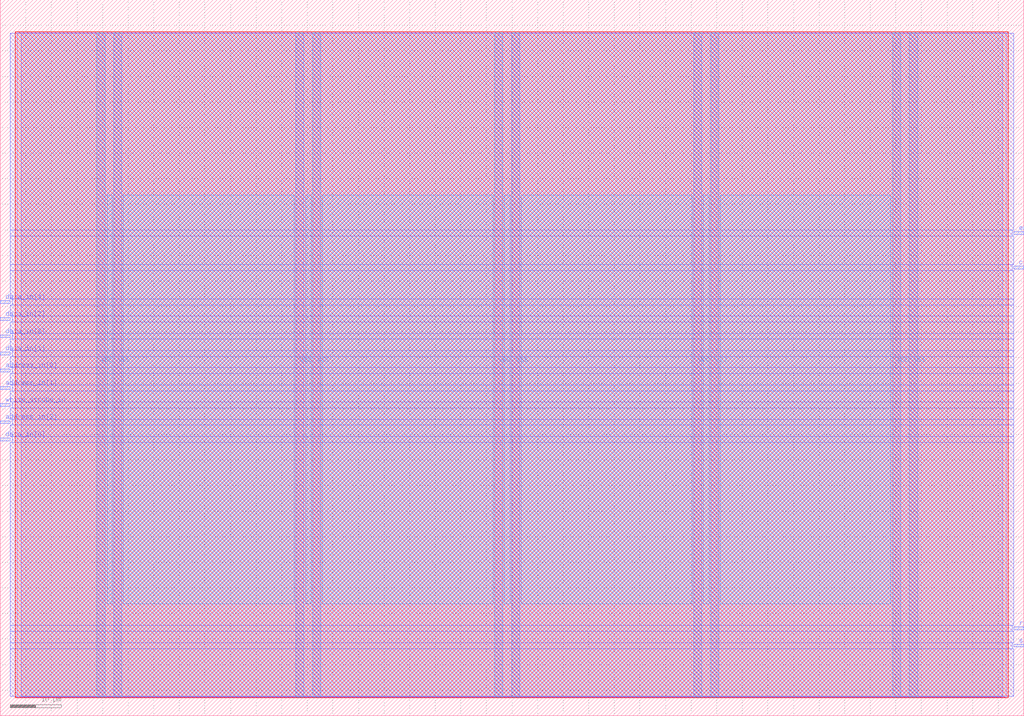
<source format=lef>
VERSION 5.7 ;
  NOWIREEXTENSIONATPIN ON ;
  DIVIDERCHAR "/" ;
  BUSBITCHARS "[]" ;
MACRO tiny_tonegen
  CLASS BLOCK ;
  FOREIGN tiny_tonegen ;
  ORIGIN 0.000 0.000 ;
  SIZE 200.000 BY 140.000 ;
  PIN VDD
    DIRECTION INOUT ;
    USE POWER ;
    PORT
      LAYER Metal4 ;
        RECT 18.880 3.620 20.480 133.580 ;
    END
    PORT
      LAYER Metal4 ;
        RECT 57.750 3.620 59.350 133.580 ;
    END
    PORT
      LAYER Metal4 ;
        RECT 96.620 3.620 98.220 133.580 ;
    END
    PORT
      LAYER Metal4 ;
        RECT 135.490 3.620 137.090 133.580 ;
    END
    PORT
      LAYER Metal4 ;
        RECT 174.360 3.620 175.960 133.580 ;
    END
  END VDD
  PIN VSS
    DIRECTION INOUT ;
    USE GROUND ;
    PORT
      LAYER Metal4 ;
        RECT 22.180 3.620 23.780 133.580 ;
    END
    PORT
      LAYER Metal4 ;
        RECT 61.050 3.620 62.650 133.580 ;
    END
    PORT
      LAYER Metal4 ;
        RECT 99.920 3.620 101.520 133.580 ;
    END
    PORT
      LAYER Metal4 ;
        RECT 138.790 3.620 140.390 133.580 ;
    END
    PORT
      LAYER Metal4 ;
        RECT 177.660 3.620 179.260 133.580 ;
    END
  END VSS
  PIN address_in[0]
    DIRECTION INPUT ;
    USE SIGNAL ;
    ANTENNAGATEAREA 0.498500 ;
    PORT
      LAYER Metal3 ;
        RECT 0.000 67.200 2.000 67.760 ;
    END
  END address_in[0]
  PIN address_in[1]
    DIRECTION INPUT ;
    USE SIGNAL ;
    ANTENNAGATEAREA 1.102000 ;
    PORT
      LAYER Metal3 ;
        RECT 0.000 63.840 2.000 64.400 ;
    END
  END address_in[1]
  PIN address_in[2]
    DIRECTION INPUT ;
    USE SIGNAL ;
    ANTENNAGATEAREA 0.498500 ;
    PORT
      LAYER Metal3 ;
        RECT 0.000 57.120 2.000 57.680 ;
    END
  END address_in[2]
  PIN clk
    DIRECTION INPUT ;
    USE SIGNAL ;
    ANTENNAGATEAREA 4.738000 ;
    PORT
      LAYER Metal3 ;
        RECT 198.000 87.360 200.000 87.920 ;
    END
  END clk
  PIN data_in[0]
    DIRECTION INPUT ;
    USE SIGNAL ;
    ANTENNAGATEAREA 0.498500 ;
    PORT
      LAYER Metal3 ;
        RECT 0.000 53.760 2.000 54.320 ;
    END
  END data_in[0]
  PIN data_in[1]
    DIRECTION INPUT ;
    USE SIGNAL ;
    ANTENNAGATEAREA 0.498500 ;
    PORT
      LAYER Metal3 ;
        RECT 0.000 70.560 2.000 71.120 ;
    END
  END data_in[1]
  PIN data_in[2]
    DIRECTION INPUT ;
    USE SIGNAL ;
    ANTENNAGATEAREA 0.741000 ;
    PORT
      LAYER Metal3 ;
        RECT 0.000 77.280 2.000 77.840 ;
    END
  END data_in[2]
  PIN data_in[3]
    DIRECTION INPUT ;
    USE SIGNAL ;
    ANTENNAGATEAREA 0.741000 ;
    PORT
      LAYER Metal3 ;
        RECT 0.000 73.920 2.000 74.480 ;
    END
  END data_in[3]
  PIN data_in[4]
    DIRECTION INPUT ;
    USE SIGNAL ;
    ANTENNAGATEAREA 0.741000 ;
    PORT
      LAYER Metal3 ;
        RECT 0.000 80.640 2.000 81.200 ;
    END
  END data_in[4]
  PIN ena
    DIRECTION INPUT ;
    USE SIGNAL ;
    ANTENNAGATEAREA 0.741000 ;
    PORT
      LAYER Metal3 ;
        RECT 198.000 94.080 200.000 94.640 ;
    END
  END ena
  PIN rst_n
    DIRECTION INPUT ;
    USE SIGNAL ;
    ANTENNAGATEAREA 0.741000 ;
    PORT
      LAYER Metal3 ;
        RECT 198.000 16.800 200.000 17.360 ;
    END
  END rst_n
  PIN signal_bit_out
    DIRECTION OUTPUT ;
    USE SIGNAL ;
    ANTENNADIFFAREA 1.060800 ;
    PORT
      LAYER Metal3 ;
        RECT 198.000 13.440 200.000 14.000 ;
    END
  END signal_bit_out
  PIN write_strobe_in
    DIRECTION INPUT ;
    USE SIGNAL ;
    ANTENNAGATEAREA 0.741000 ;
    PORT
      LAYER Metal3 ;
        RECT 0.000 60.480 2.000 61.040 ;
    END
  END write_strobe_in
  OBS
      LAYER Nwell ;
        RECT 2.930 3.490 196.990 133.710 ;
      LAYER Metal1 ;
        RECT 3.360 3.620 196.560 133.580 ;
      LAYER Metal2 ;
        RECT 4.060 3.730 195.860 133.470 ;
      LAYER Metal3 ;
        RECT 2.000 94.940 198.000 133.420 ;
        RECT 2.000 93.780 197.700 94.940 ;
        RECT 2.000 88.220 198.000 93.780 ;
        RECT 2.000 87.060 197.700 88.220 ;
        RECT 2.000 81.500 198.000 87.060 ;
        RECT 2.300 80.340 198.000 81.500 ;
        RECT 2.000 78.140 198.000 80.340 ;
        RECT 2.300 76.980 198.000 78.140 ;
        RECT 2.000 74.780 198.000 76.980 ;
        RECT 2.300 73.620 198.000 74.780 ;
        RECT 2.000 71.420 198.000 73.620 ;
        RECT 2.300 70.260 198.000 71.420 ;
        RECT 2.000 68.060 198.000 70.260 ;
        RECT 2.300 66.900 198.000 68.060 ;
        RECT 2.000 64.700 198.000 66.900 ;
        RECT 2.300 63.540 198.000 64.700 ;
        RECT 2.000 61.340 198.000 63.540 ;
        RECT 2.300 60.180 198.000 61.340 ;
        RECT 2.000 57.980 198.000 60.180 ;
        RECT 2.300 56.820 198.000 57.980 ;
        RECT 2.000 54.620 198.000 56.820 ;
        RECT 2.300 53.460 198.000 54.620 ;
        RECT 2.000 17.660 198.000 53.460 ;
        RECT 2.000 16.500 197.700 17.660 ;
        RECT 2.000 14.300 198.000 16.500 ;
        RECT 2.000 13.140 197.700 14.300 ;
        RECT 2.000 3.780 198.000 13.140 ;
      LAYER Metal4 ;
        RECT 20.860 21.930 21.880 101.830 ;
        RECT 24.080 21.930 57.450 101.830 ;
        RECT 59.650 21.930 60.750 101.830 ;
        RECT 62.950 21.930 96.320 101.830 ;
        RECT 98.520 21.930 99.620 101.830 ;
        RECT 101.820 21.930 135.190 101.830 ;
        RECT 137.390 21.930 138.490 101.830 ;
        RECT 140.690 21.930 174.020 101.830 ;
  END
END tiny_tonegen
END LIBRARY


</source>
